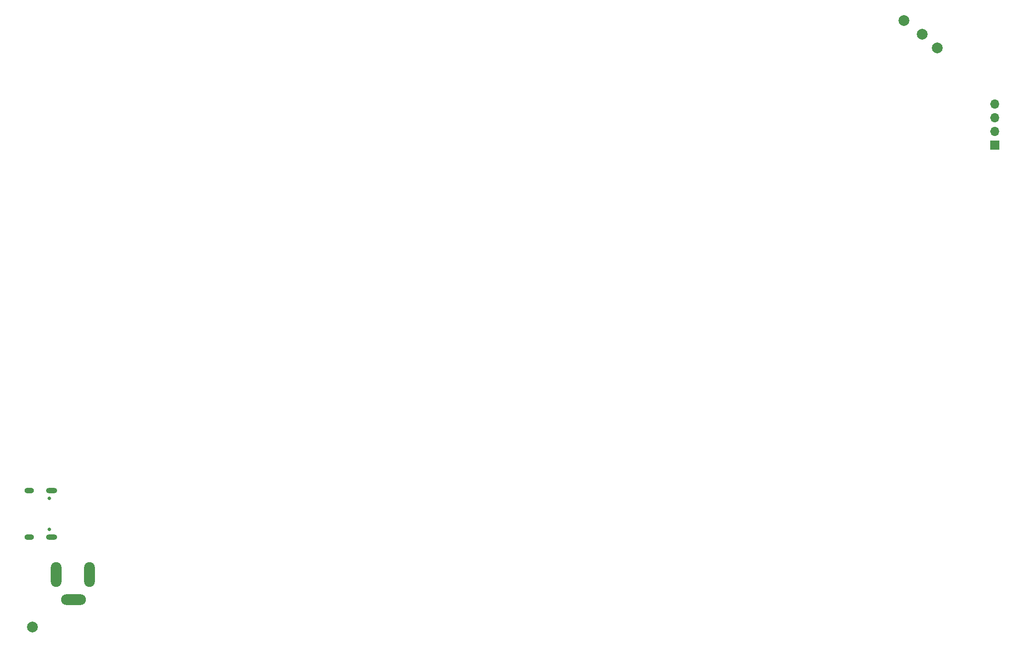
<source format=gbr>
%TF.GenerationSoftware,KiCad,Pcbnew,7.0.9*%
%TF.CreationDate,2024-01-05T23:33:25+01:00*%
%TF.ProjectId,ws2812-clock,77733238-3132-42d6-936c-6f636b2e6b69,rev?*%
%TF.SameCoordinates,Original*%
%TF.FileFunction,Soldermask,Bot*%
%TF.FilePolarity,Negative*%
%FSLAX46Y46*%
G04 Gerber Fmt 4.6, Leading zero omitted, Abs format (unit mm)*
G04 Created by KiCad (PCBNEW 7.0.9) date 2024-01-05 23:33:25*
%MOMM*%
%LPD*%
G01*
G04 APERTURE LIST*
%ADD10C,0.650000*%
%ADD11O,2.100000X1.000000*%
%ADD12O,1.800000X1.000000*%
%ADD13R,1.700000X1.700000*%
%ADD14O,1.700000X1.700000*%
%ADD15C,2.000000*%
%ADD16O,2.000000X4.600000*%
%ADD17O,4.600000X2.000000*%
G04 APERTURE END LIST*
D10*
%TO.C,USBC1*%
X31457500Y-162265000D03*
X31457500Y-168045000D03*
D11*
X31957500Y-160835000D03*
D12*
X27777500Y-160835000D03*
X27777500Y-169475000D03*
D11*
X31957500Y-169475000D03*
%TD*%
D13*
%TO.C,J2*%
X206880000Y-96770000D03*
D14*
X206880000Y-94230000D03*
X206880000Y-91690000D03*
X206880000Y-89150000D03*
%TD*%
D15*
%TO.C,J1*%
X28350000Y-186200000D03*
%TD*%
D16*
%TO.C,DC1*%
X38950000Y-176400000D03*
X32750000Y-176400000D03*
D17*
X35950000Y-181100000D03*
%TD*%
D15*
%TO.C,LEDS*%
X190020000Y-73660000D03*
%TD*%
%TO.C,SDA*%
X193400000Y-76200000D03*
%TD*%
%TO.C,SCL*%
X196200000Y-78700000D03*
%TD*%
M02*

</source>
